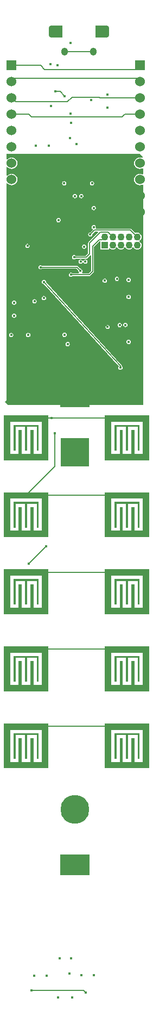
<source format=gbl>
G04 Layer_Physical_Order=4*
G04 Layer_Color=16711680*
%FSLAX44Y44*%
%MOMM*%
G71*
G01*
G75*
%ADD35C,0.1778*%
%ADD40C,0.4572*%
%ADD41C,1.1000*%
%ADD42R,1.1000X1.1000*%
G04:AMPARAMS|DCode=43|XSize=1.05mm|YSize=1.25mm|CornerRadius=0.525mm|HoleSize=0mm|Usage=FLASHONLY|Rotation=180.000|XOffset=0mm|YOffset=0mm|HoleType=Round|Shape=RoundedRectangle|*
%AMROUNDEDRECTD43*
21,1,1.0500,0.2000,0,0,180.0*
21,1,0.0000,1.2500,0,0,180.0*
1,1,1.0500,0.0000,0.1000*
1,1,1.0500,0.0000,0.1000*
1,1,1.0500,0.0000,-0.1000*
1,1,1.0500,0.0000,-0.1000*
%
%ADD43ROUNDEDRECTD43*%
G04:AMPARAMS|DCode=44|XSize=2.1mm|YSize=1.9mm|CornerRadius=0.494mm|HoleSize=0mm|Usage=FLASHONLY|Rotation=180.000|XOffset=0mm|YOffset=0mm|HoleType=Round|Shape=RoundedRectangle|*
%AMROUNDEDRECTD44*
21,1,2.1000,0.9120,0,0,180.0*
21,1,1.1120,1.9000,0,0,180.0*
1,1,0.9880,-0.5560,0.4560*
1,1,0.9880,0.5560,0.4560*
1,1,0.9880,0.5560,-0.4560*
1,1,0.9880,-0.5560,-0.4560*
%
%ADD44ROUNDEDRECTD44*%
%ADD45R,4.5720X3.3020*%
%ADD46C,4.5000*%
%ADD47R,4.5000X4.5000*%
%ADD48R,1.5240X1.5240*%
%ADD49C,1.5240*%
%ADD50C,0.4000*%
G36*
X10345000Y4165000D02*
X10275000D01*
Y4235000D01*
X10345000D01*
Y4165000D01*
D02*
G37*
G36*
X10187500D02*
X10117500D01*
Y4235000D01*
X10187500D01*
Y4165000D01*
D02*
G37*
G36*
X10345000Y4045000D02*
X10275000D01*
Y4115000D01*
X10345000D01*
Y4045000D01*
D02*
G37*
G36*
X10187500Y4285000D02*
X10117500D01*
Y4355000D01*
X10187500D01*
Y4285000D01*
D02*
G37*
G36*
X10345000Y4405000D02*
X10275000D01*
Y4475000D01*
X10345000D01*
Y4405000D01*
D02*
G37*
G36*
X10187500D02*
X10117500D01*
Y4475000D01*
X10187500D01*
Y4405000D01*
D02*
G37*
G36*
X10345000Y4285000D02*
X10275000D01*
Y4355000D01*
X10345000D01*
Y4285000D01*
D02*
G37*
G36*
X10187500Y4045000D02*
X10117500D01*
Y4115000D01*
X10187500D01*
Y4045000D01*
D02*
G37*
G36*
X10334689Y4877371D02*
X10334597Y4876622D01*
X10333279Y4875865D01*
X10332321Y4876261D01*
X10330000Y4876567D01*
X10327679Y4876261D01*
X10325516Y4875366D01*
X10323660Y4873940D01*
X10322235Y4872083D01*
X10321339Y4869921D01*
X10321034Y4867600D01*
X10321339Y4865280D01*
X10322235Y4863117D01*
X10323660Y4861260D01*
X10325516Y4859835D01*
X10327679Y4858939D01*
X10330000Y4858633D01*
X10332321Y4858939D01*
X10333990Y4859630D01*
X10335260Y4858952D01*
Y4850848D01*
X10333990Y4850170D01*
X10332321Y4850861D01*
X10330000Y4851167D01*
X10327679Y4850861D01*
X10325516Y4849966D01*
X10323660Y4848541D01*
X10322235Y4846683D01*
X10321339Y4844521D01*
X10321034Y4842200D01*
X10321339Y4839879D01*
X10322235Y4837717D01*
X10323660Y4835860D01*
X10325516Y4834435D01*
X10327679Y4833539D01*
X10330000Y4833233D01*
X10332321Y4833539D01*
X10333990Y4834230D01*
X10335260Y4833552D01*
Y4490720D01*
X10124440D01*
X10119360Y4495800D01*
X10121900Y4498340D01*
Y4836067D01*
X10123170Y4836498D01*
X10123660Y4835860D01*
X10125517Y4834435D01*
X10127679Y4833539D01*
X10130000Y4833233D01*
X10132321Y4833539D01*
X10134484Y4834435D01*
X10136340Y4835860D01*
X10137766Y4837717D01*
X10138661Y4839879D01*
X10138967Y4842200D01*
X10138661Y4844521D01*
X10137766Y4846683D01*
X10136340Y4848541D01*
X10134484Y4849966D01*
X10132321Y4850861D01*
X10130000Y4851167D01*
X10127679Y4850861D01*
X10125517Y4849966D01*
X10123660Y4848541D01*
X10123170Y4847903D01*
X10121900Y4848334D01*
Y4861467D01*
X10123170Y4861898D01*
X10123660Y4861260D01*
X10125517Y4859835D01*
X10127679Y4858939D01*
X10130000Y4858633D01*
X10132321Y4858939D01*
X10134484Y4859835D01*
X10136340Y4861260D01*
X10137766Y4863117D01*
X10138661Y4865280D01*
X10138967Y4867600D01*
X10138661Y4869921D01*
X10137766Y4872083D01*
X10136340Y4873940D01*
X10134484Y4875366D01*
X10132321Y4876261D01*
X10130000Y4876567D01*
X10127679Y4876261D01*
X10125517Y4875366D01*
X10123660Y4873940D01*
X10123170Y4873302D01*
X10121900Y4873734D01*
Y4881880D01*
X10330179D01*
X10334689Y4877371D01*
D02*
G37*
G36*
X10187500Y3925000D02*
X10117500D01*
Y3995000D01*
X10187500D01*
Y3925000D01*
D02*
G37*
G36*
X10277480Y5081960D02*
X10278010Y5081890D01*
X10278540Y5081740D01*
X10278970Y5081580D01*
X10279390Y5081380D01*
X10279830Y5081100D01*
X10280210Y5080810D01*
X10280601Y5080470D01*
X10280890Y5080110D01*
X10281169Y5079740D01*
X10281410Y5079330D01*
X10281610Y5078910D01*
X10281770Y5078490D01*
X10281890Y5077980D01*
X10281960Y5077530D01*
X10282000Y5077000D01*
Y5068000D01*
X10281960Y5067450D01*
X10281880Y5067000D01*
X10281760Y5066500D01*
X10281600Y5066100D01*
X10281470Y5065770D01*
X10281219Y5065340D01*
X10280959Y5064970D01*
X10280649Y5064590D01*
X10280200Y5064180D01*
X10279800Y5063880D01*
X10279340Y5063590D01*
X10278810Y5063350D01*
X10277939Y5063090D01*
X10277000Y5063000D01*
X10261000D01*
Y5082000D01*
X10277000D01*
X10277480Y5081960D01*
D02*
G37*
G36*
X10209000Y5063000D02*
X10193000D01*
X10192520Y5063040D01*
X10191990Y5063110D01*
X10191460Y5063260D01*
X10191030Y5063420D01*
X10190610Y5063620D01*
X10190170Y5063900D01*
X10189790Y5064190D01*
X10189400Y5064530D01*
X10189110Y5064890D01*
X10188830Y5065260D01*
X10188590Y5065670D01*
X10188390Y5066090D01*
X10188230Y5066510D01*
X10188110Y5067020D01*
X10188040Y5067470D01*
X10188000Y5068000D01*
Y5077000D01*
X10188040Y5077550D01*
X10188120Y5078000D01*
X10188240Y5078500D01*
X10188400Y5078900D01*
X10188530Y5079230D01*
X10188780Y5079660D01*
X10189040Y5080030D01*
X10189350Y5080410D01*
X10189800Y5080820D01*
X10190200Y5081120D01*
X10190660Y5081410D01*
X10191190Y5081650D01*
X10192060Y5081910D01*
X10193000Y5082000D01*
X10209000D01*
Y5063000D01*
D02*
G37*
G36*
X10345000Y3925000D02*
X10275000D01*
Y3995000D01*
X10345000D01*
Y3925000D01*
D02*
G37*
%LPC*%
G36*
X10334500Y4225000D02*
X10285500D01*
Y4175000D01*
X10298500D01*
Y4212000D01*
X10303500D01*
Y4175000D01*
X10316500D01*
Y4212000D01*
X10321500D01*
Y4175000D01*
X10334500D01*
Y4225000D01*
D02*
G37*
%LPD*%
G36*
X10329500Y4180000D02*
X10326500D01*
Y4217000D01*
X10311500D01*
Y4180000D01*
X10308500D01*
Y4217000D01*
X10293500D01*
Y4180000D01*
X10290500D01*
Y4220000D01*
X10329500D01*
Y4180000D01*
D02*
G37*
%LPC*%
G36*
X10177000Y4225000D02*
X10128000D01*
Y4175000D01*
X10141000D01*
Y4212000D01*
X10146000D01*
Y4175000D01*
X10159000D01*
Y4212000D01*
X10164000D01*
Y4175000D01*
X10177000D01*
Y4225000D01*
D02*
G37*
%LPD*%
G36*
X10172000Y4180000D02*
X10169000D01*
Y4217000D01*
X10154000D01*
Y4180000D01*
X10151000D01*
Y4217000D01*
X10136000D01*
Y4180000D01*
X10133000D01*
Y4220000D01*
X10172000D01*
Y4180000D01*
D02*
G37*
%LPC*%
G36*
X10334500Y4105000D02*
X10285500D01*
Y4055000D01*
X10298500D01*
Y4092000D01*
X10303500D01*
Y4055000D01*
X10316500D01*
Y4092000D01*
X10321500D01*
Y4055000D01*
X10334500D01*
Y4105000D01*
D02*
G37*
%LPD*%
G36*
X10329500Y4060000D02*
X10326500D01*
Y4097000D01*
X10311500D01*
Y4060000D01*
X10308500D01*
Y4097000D01*
X10293500D01*
Y4060000D01*
X10290500D01*
Y4100000D01*
X10329500D01*
Y4060000D01*
D02*
G37*
%LPC*%
G36*
X10177000Y4345000D02*
X10128000D01*
Y4295000D01*
X10141000D01*
Y4332000D01*
X10146000D01*
Y4295000D01*
X10159000D01*
Y4332000D01*
X10164000D01*
Y4295000D01*
X10177000D01*
Y4345000D01*
D02*
G37*
%LPD*%
G36*
X10172000Y4300000D02*
X10169000D01*
Y4337000D01*
X10154000D01*
Y4300000D01*
X10151000D01*
Y4337000D01*
X10136000D01*
Y4300000D01*
X10133000D01*
Y4340000D01*
X10172000D01*
Y4300000D01*
D02*
G37*
%LPC*%
G36*
X10334500Y4465000D02*
X10285500D01*
Y4415000D01*
X10298500D01*
Y4452000D01*
X10303500D01*
Y4415000D01*
X10316500D01*
Y4452000D01*
X10321500D01*
Y4415000D01*
X10334500D01*
Y4465000D01*
D02*
G37*
%LPD*%
G36*
X10329500Y4420000D02*
X10326500D01*
Y4457000D01*
X10311500D01*
Y4420000D01*
X10308500D01*
Y4457000D01*
X10293500D01*
Y4420000D01*
X10290500D01*
Y4460000D01*
X10329500D01*
Y4420000D01*
D02*
G37*
%LPC*%
G36*
X10177000Y4465000D02*
X10128000D01*
Y4415000D01*
X10141000D01*
Y4452000D01*
X10146000D01*
Y4415000D01*
X10159000D01*
Y4452000D01*
X10164000D01*
Y4415000D01*
X10177000D01*
Y4465000D01*
D02*
G37*
%LPD*%
G36*
X10172000Y4420000D02*
X10169000D01*
Y4457000D01*
X10154000D01*
Y4420000D01*
X10151000D01*
Y4457000D01*
X10136000D01*
Y4420000D01*
X10133000D01*
Y4460000D01*
X10172000D01*
Y4420000D01*
D02*
G37*
%LPC*%
G36*
X10334500Y4345000D02*
X10285500D01*
Y4295000D01*
X10298500D01*
Y4332000D01*
X10303500D01*
Y4295000D01*
X10316500D01*
Y4332000D01*
X10321500D01*
Y4295000D01*
X10334500D01*
Y4345000D01*
D02*
G37*
%LPD*%
G36*
X10329500Y4300000D02*
X10326500D01*
Y4337000D01*
X10311500D01*
Y4300000D01*
X10308500D01*
Y4337000D01*
X10293500D01*
Y4300000D01*
X10290500D01*
Y4340000D01*
X10329500D01*
Y4300000D01*
D02*
G37*
%LPC*%
G36*
X10177000Y4105000D02*
X10128000D01*
Y4055000D01*
X10141000D01*
Y4092000D01*
X10146000D01*
Y4055000D01*
X10159000D01*
Y4092000D01*
X10164000D01*
Y4055000D01*
X10177000D01*
Y4105000D01*
D02*
G37*
%LPD*%
G36*
X10172000Y4060000D02*
X10169000D01*
Y4097000D01*
X10154000D01*
Y4060000D01*
X10151000D01*
Y4097000D01*
X10136000D01*
Y4060000D01*
X10133000D01*
Y4100000D01*
X10172000D01*
Y4060000D01*
D02*
G37*
%LPC*%
G36*
X10312500Y4592563D02*
X10311224Y4592310D01*
X10310143Y4591587D01*
X10309420Y4590505D01*
X10309166Y4589229D01*
X10309420Y4587953D01*
X10310143Y4586872D01*
X10311224Y4586149D01*
X10312500Y4585895D01*
X10313776Y4586149D01*
X10314857Y4586872D01*
X10315580Y4587953D01*
X10315834Y4589229D01*
X10315580Y4590505D01*
X10314857Y4591587D01*
X10313776Y4592310D01*
X10312500Y4592563D01*
D02*
G37*
G36*
X10217500Y4589064D02*
X10216224Y4588810D01*
X10215142Y4588088D01*
X10214420Y4587006D01*
X10214166Y4585730D01*
X10214420Y4584454D01*
X10215142Y4583373D01*
X10216224Y4582650D01*
X10217500Y4582396D01*
X10218776Y4582650D01*
X10219858Y4583373D01*
X10220580Y4584454D01*
X10220834Y4585730D01*
X10220580Y4587006D01*
X10219858Y4588088D01*
X10218776Y4588810D01*
X10217500Y4589064D01*
D02*
G37*
G36*
X10180320Y4685834D02*
X10179044Y4685580D01*
X10177963Y4684858D01*
X10177240Y4683776D01*
X10176986Y4682500D01*
X10177240Y4681224D01*
X10177963Y4680143D01*
X10179044Y4679420D01*
X10180320Y4679166D01*
X10180373Y4679177D01*
X10297150Y4551209D01*
X10296620Y4550416D01*
X10296366Y4549140D01*
X10296620Y4547864D01*
X10297343Y4546783D01*
X10298424Y4546060D01*
X10299700Y4545806D01*
X10300975Y4546060D01*
X10302058Y4546783D01*
X10302781Y4547864D01*
X10303035Y4549140D01*
X10302781Y4550416D01*
X10302058Y4551497D01*
X10301902Y4551602D01*
Y4551680D01*
X10301827Y4552053D01*
X10301770Y4552429D01*
X10301743Y4552472D01*
X10301733Y4552522D01*
X10301522Y4552838D01*
X10301326Y4553164D01*
X10183591Y4682182D01*
X10183654Y4682500D01*
X10183400Y4683776D01*
X10182678Y4684858D01*
X10181596Y4685580D01*
X10180320Y4685834D01*
D02*
G37*
G36*
X10129229Y4603334D02*
X10127953Y4603080D01*
X10126872Y4602357D01*
X10126149Y4601276D01*
X10125895Y4600000D01*
X10126149Y4598724D01*
X10126872Y4597643D01*
X10127953Y4596920D01*
X10129229Y4596666D01*
X10130505Y4596920D01*
X10131587Y4597643D01*
X10132310Y4598724D01*
X10132563Y4600000D01*
X10132310Y4601276D01*
X10131587Y4602357D01*
X10130505Y4603080D01*
X10129229Y4603334D01*
D02*
G37*
G36*
X10312500Y4689105D02*
X10311224Y4688851D01*
X10310143Y4688128D01*
X10309420Y4687047D01*
X10309166Y4685771D01*
X10309420Y4684495D01*
X10310143Y4683413D01*
X10311224Y4682690D01*
X10312500Y4682437D01*
X10313776Y4682690D01*
X10314857Y4683413D01*
X10315580Y4684495D01*
X10315834Y4685771D01*
X10315580Y4687047D01*
X10314857Y4688128D01*
X10313776Y4688851D01*
X10312500Y4689105D01*
D02*
G37*
G36*
X10294270Y4690834D02*
X10292994Y4690580D01*
X10291913Y4689857D01*
X10291190Y4688776D01*
X10290936Y4687500D01*
X10291190Y4686224D01*
X10291913Y4685143D01*
X10292994Y4684420D01*
X10294270Y4684166D01*
X10295546Y4684420D01*
X10296627Y4685143D01*
X10297350Y4686224D01*
X10297604Y4687500D01*
X10297350Y4688776D01*
X10296627Y4689857D01*
X10295546Y4690580D01*
X10294270Y4690834D01*
D02*
G37*
G36*
X10275321Y4687878D02*
X10274045Y4687625D01*
X10272964Y4686902D01*
X10272241Y4685820D01*
X10271987Y4684544D01*
X10272241Y4683268D01*
X10272964Y4682187D01*
X10274045Y4681464D01*
X10275321Y4681210D01*
X10276598Y4681464D01*
X10277679Y4682187D01*
X10278402Y4683268D01*
X10278656Y4684544D01*
X10278402Y4685820D01*
X10277679Y4686902D01*
X10276598Y4687625D01*
X10275321Y4687878D01*
D02*
G37*
G36*
X10180270Y4660834D02*
X10178994Y4660580D01*
X10177913Y4659857D01*
X10177190Y4658776D01*
X10176936Y4657500D01*
X10177190Y4656224D01*
X10177913Y4655143D01*
X10178994Y4654420D01*
X10180270Y4654166D01*
X10181546Y4654420D01*
X10182628Y4655143D01*
X10183350Y4656224D01*
X10183604Y4657500D01*
X10183350Y4658776D01*
X10182628Y4659857D01*
X10181546Y4660580D01*
X10180270Y4660834D01*
D02*
G37*
G36*
X10312500Y4662564D02*
X10311224Y4662310D01*
X10310143Y4661587D01*
X10309420Y4660506D01*
X10309166Y4659230D01*
X10309420Y4657954D01*
X10310143Y4656872D01*
X10311224Y4656149D01*
X10312500Y4655896D01*
X10313776Y4656149D01*
X10314857Y4656872D01*
X10315580Y4657954D01*
X10315834Y4659230D01*
X10315580Y4660506D01*
X10314857Y4661587D01*
X10313776Y4662310D01*
X10312500Y4662564D01*
D02*
G37*
G36*
X10245040Y4717604D02*
X10243765Y4717350D01*
X10242683Y4716628D01*
X10241960Y4715546D01*
X10241958Y4715534D01*
X10240663D01*
X10240660Y4715546D01*
X10239938Y4716628D01*
X10238856Y4717350D01*
X10237580Y4717604D01*
X10236304Y4717350D01*
X10235223Y4716628D01*
X10234500Y4715546D01*
X10234246Y4714270D01*
X10234500Y4712994D01*
X10235223Y4711913D01*
X10236304Y4711190D01*
X10237580Y4710936D01*
X10238856Y4711190D01*
X10239938Y4711913D01*
X10240660Y4712994D01*
X10240663Y4713006D01*
X10241958D01*
X10241960Y4712994D01*
X10242683Y4711913D01*
X10243765Y4711190D01*
X10245040Y4710936D01*
X10246316Y4711190D01*
X10247397Y4711913D01*
X10248120Y4712994D01*
X10248374Y4714270D01*
X10248120Y4715546D01*
X10247397Y4716628D01*
X10246316Y4717350D01*
X10245040Y4717604D01*
D02*
G37*
G36*
X10243270Y4740834D02*
X10241995Y4740580D01*
X10240913Y4739857D01*
X10240190Y4738776D01*
X10239937Y4737500D01*
X10240190Y4736224D01*
X10240913Y4735142D01*
X10241995Y4734420D01*
X10243270Y4734166D01*
X10244546Y4734420D01*
X10245627Y4735142D01*
X10246350Y4736224D01*
X10246604Y4737500D01*
X10246350Y4738776D01*
X10245627Y4739857D01*
X10244546Y4740580D01*
X10243270Y4740834D01*
D02*
G37*
G36*
X10154680Y4742105D02*
X10153405Y4741851D01*
X10152323Y4741128D01*
X10151600Y4740047D01*
X10151346Y4738771D01*
X10151600Y4737495D01*
X10152323Y4736413D01*
X10153405Y4735691D01*
X10154680Y4735437D01*
X10155956Y4735691D01*
X10157038Y4736413D01*
X10157761Y4737495D01*
X10158015Y4738771D01*
X10157761Y4740047D01*
X10157038Y4741128D01*
X10155956Y4741851D01*
X10154680Y4742105D01*
D02*
G37*
G36*
X10203070Y4782234D02*
X10201794Y4781980D01*
X10200712Y4781257D01*
X10199990Y4780176D01*
X10199736Y4778900D01*
X10199990Y4777624D01*
X10200712Y4776542D01*
X10201794Y4775819D01*
X10203070Y4775566D01*
X10204346Y4775819D01*
X10205427Y4776542D01*
X10206150Y4777624D01*
X10206404Y4778900D01*
X10206150Y4780176D01*
X10205427Y4781257D01*
X10204346Y4781980D01*
X10203070Y4782234D01*
D02*
G37*
G36*
X10258051Y4771154D02*
X10256774Y4770900D01*
X10255692Y4770177D01*
X10254969Y4769096D01*
X10254716Y4767820D01*
X10254969Y4766544D01*
X10255692Y4765462D01*
X10256239Y4765097D01*
X10256531Y4763592D01*
X10252684Y4759745D01*
X10252500Y4759782D01*
X10251224Y4759529D01*
X10250143Y4758806D01*
X10249420Y4757724D01*
X10249166Y4756448D01*
X10249420Y4755172D01*
X10250143Y4754091D01*
X10251224Y4753368D01*
X10252500Y4753114D01*
X10253776Y4753368D01*
X10254857Y4754091D01*
X10255581Y4755172D01*
X10255834Y4756448D01*
X10255797Y4756632D01*
X10260371Y4761206D01*
X10264424D01*
X10264910Y4760033D01*
X10249884Y4745006D01*
X10249407Y4744292D01*
X10249238Y4743450D01*
Y4727165D01*
X10245448Y4723374D01*
X10229962D01*
X10229858Y4723530D01*
X10228776Y4724253D01*
X10227500Y4724507D01*
X10226224Y4724253D01*
X10225142Y4723530D01*
X10224420Y4722449D01*
X10224166Y4721173D01*
X10224420Y4719897D01*
X10225142Y4718815D01*
X10226224Y4718092D01*
X10227500Y4717839D01*
X10228776Y4718092D01*
X10229858Y4718815D01*
X10229962Y4718971D01*
X10246360D01*
X10247202Y4719139D01*
X10247916Y4719616D01*
X10252794Y4724494D01*
X10253586Y4724316D01*
X10254065Y4724009D01*
Y4699912D01*
X10250275Y4696121D01*
X10240148D01*
X10239763Y4697391D01*
X10239827Y4697434D01*
X10240551Y4698516D01*
X10240804Y4699792D01*
X10240551Y4701068D01*
X10239827Y4702149D01*
X10238746Y4702872D01*
X10237470Y4703126D01*
X10237286Y4703089D01*
X10233215Y4707161D01*
X10232501Y4707638D01*
X10231658Y4707805D01*
X10177462D01*
X10177358Y4707961D01*
X10176276Y4708684D01*
X10175000Y4708938D01*
X10173724Y4708684D01*
X10172643Y4707961D01*
X10171920Y4706880D01*
X10171666Y4705604D01*
X10171920Y4704328D01*
X10172643Y4703246D01*
X10173724Y4702524D01*
X10175000Y4702270D01*
X10176276Y4702524D01*
X10177358Y4703246D01*
X10177462Y4703403D01*
X10230746D01*
X10234172Y4699976D01*
X10234136Y4699792D01*
X10234390Y4698516D01*
X10235112Y4697434D01*
X10235177Y4697391D01*
X10234792Y4696121D01*
X10224962D01*
X10224858Y4696277D01*
X10223776Y4697000D01*
X10222500Y4697254D01*
X10221224Y4697000D01*
X10220143Y4696277D01*
X10219420Y4695196D01*
X10219166Y4693920D01*
X10219420Y4692644D01*
X10220143Y4691562D01*
X10221224Y4690840D01*
X10222500Y4690586D01*
X10223776Y4690840D01*
X10224858Y4691562D01*
X10224962Y4691719D01*
X10251187D01*
X10252029Y4691886D01*
X10252743Y4692364D01*
X10257822Y4697444D01*
X10258300Y4698158D01*
X10258467Y4699000D01*
Y4737458D01*
X10266960Y4745951D01*
X10268230Y4745425D01*
Y4733230D01*
X10281770D01*
Y4734521D01*
X10282380Y4734882D01*
X10283040Y4735042D01*
X10284286Y4734087D01*
X10285933Y4733405D01*
X10287700Y4733172D01*
X10289468Y4733405D01*
X10291115Y4734087D01*
X10292528Y4735172D01*
X10293287Y4736161D01*
X10293555Y4736256D01*
X10294546D01*
X10294812Y4736161D01*
X10295571Y4735172D01*
X10296986Y4734087D01*
X10298633Y4733405D01*
X10300400Y4733172D01*
X10302168Y4733405D01*
X10303815Y4734087D01*
X10305228Y4735172D01*
X10305988Y4736161D01*
X10306255Y4736256D01*
X10307246D01*
X10307512Y4736161D01*
X10308271Y4735172D01*
X10309686Y4734087D01*
X10311333Y4733405D01*
X10313101Y4733172D01*
X10314867Y4733405D01*
X10316514Y4734087D01*
X10317928Y4735172D01*
X10318688Y4736161D01*
X10318954Y4736256D01*
X10319946D01*
X10320212Y4736161D01*
X10320972Y4735172D01*
X10322385Y4734087D01*
X10324033Y4733405D01*
X10325800Y4733172D01*
X10327567Y4733405D01*
X10329214Y4734087D01*
X10330629Y4735172D01*
X10331714Y4736586D01*
X10332396Y4738233D01*
X10332628Y4740000D01*
X10332396Y4741768D01*
X10331714Y4743414D01*
X10330629Y4744828D01*
X10329639Y4745588D01*
X10329545Y4745854D01*
Y4746846D01*
X10329639Y4747112D01*
X10330629Y4747872D01*
X10331714Y4749286D01*
X10332396Y4750933D01*
X10332628Y4752700D01*
X10332396Y4754467D01*
X10331714Y4756115D01*
X10330629Y4757529D01*
X10329214Y4758614D01*
X10327567Y4759296D01*
X10325800Y4759529D01*
X10324033Y4759296D01*
X10322820Y4758794D01*
X10316649Y4764964D01*
X10315935Y4765441D01*
X10315093Y4765609D01*
X10261917D01*
X10261198Y4766879D01*
X10261384Y4767820D01*
X10261130Y4769096D01*
X10260408Y4770177D01*
X10259326Y4770900D01*
X10258051Y4771154D01*
D02*
G37*
G36*
Y4801154D02*
X10256774Y4800901D01*
X10255692Y4800178D01*
X10254969Y4799096D01*
X10254716Y4797820D01*
X10254969Y4796544D01*
X10255692Y4795463D01*
X10256774Y4794740D01*
X10258051Y4794486D01*
X10259326Y4794740D01*
X10260408Y4795463D01*
X10261130Y4796544D01*
X10261384Y4797820D01*
X10261130Y4799096D01*
X10260408Y4800178D01*
X10259326Y4800901D01*
X10258051Y4801154D01*
D02*
G37*
G36*
X10165730Y4655834D02*
X10164454Y4655580D01*
X10163373Y4654858D01*
X10162650Y4653776D01*
X10162396Y4652500D01*
X10162650Y4651224D01*
X10163373Y4650143D01*
X10164454Y4649420D01*
X10165730Y4649166D01*
X10167006Y4649420D01*
X10168088Y4650143D01*
X10168810Y4651224D01*
X10169064Y4652500D01*
X10168810Y4653776D01*
X10168088Y4654858D01*
X10167006Y4655580D01*
X10165730Y4655834D01*
D02*
G37*
G36*
X10255431Y4839535D02*
X10254155Y4839281D01*
X10253074Y4838558D01*
X10252351Y4837477D01*
X10252097Y4836201D01*
X10252351Y4834925D01*
X10253074Y4833843D01*
X10254155Y4833120D01*
X10255431Y4832867D01*
X10256708Y4833120D01*
X10257789Y4833843D01*
X10258512Y4834925D01*
X10258766Y4836201D01*
X10258512Y4837477D01*
X10257789Y4838558D01*
X10256708Y4839281D01*
X10255431Y4839535D01*
D02*
G37*
G36*
X10211888D02*
X10210613Y4839281D01*
X10209531Y4838558D01*
X10208809Y4837477D01*
X10208555Y4836201D01*
X10208809Y4834925D01*
X10209531Y4833843D01*
X10210613Y4833120D01*
X10211888Y4832867D01*
X10213165Y4833120D01*
X10214246Y4833843D01*
X10214969Y4834925D01*
X10215223Y4836201D01*
X10214969Y4837477D01*
X10214246Y4838558D01*
X10213165Y4839281D01*
X10211888Y4839535D01*
D02*
G37*
G36*
X10298678Y4618790D02*
X10297402Y4618536D01*
X10296321Y4617813D01*
X10295598Y4616732D01*
X10295344Y4615456D01*
X10295598Y4614180D01*
X10296321Y4613098D01*
X10297402Y4612375D01*
X10298678Y4612122D01*
X10299955Y4612375D01*
X10301036Y4613098D01*
X10301759Y4614180D01*
X10302013Y4615456D01*
X10301759Y4616732D01*
X10301036Y4617813D01*
X10299955Y4618536D01*
X10298678Y4618790D01*
D02*
G37*
G36*
X10155770Y4603334D02*
X10154495Y4603080D01*
X10153413Y4602357D01*
X10152690Y4601276D01*
X10152437Y4600000D01*
X10152690Y4598724D01*
X10153413Y4597643D01*
X10154495Y4596920D01*
X10155770Y4596666D01*
X10157047Y4596920D01*
X10158128Y4597643D01*
X10158851Y4598724D01*
X10159105Y4600000D01*
X10158851Y4601276D01*
X10158128Y4602357D01*
X10157047Y4603080D01*
X10155770Y4603334D01*
D02*
G37*
G36*
X10212500Y4603604D02*
X10211224Y4603351D01*
X10210143Y4602628D01*
X10209420Y4601546D01*
X10209166Y4600270D01*
X10209420Y4598994D01*
X10210143Y4597913D01*
X10211224Y4597190D01*
X10212500Y4596936D01*
X10213776Y4597190D01*
X10214858Y4597913D01*
X10215580Y4598994D01*
X10215834Y4600270D01*
X10215580Y4601546D01*
X10214858Y4602628D01*
X10213776Y4603351D01*
X10212500Y4603604D01*
D02*
G37*
G36*
X10279730Y4615834D02*
X10278455Y4615580D01*
X10277373Y4614857D01*
X10276650Y4613776D01*
X10276396Y4612500D01*
X10276650Y4611224D01*
X10277373Y4610142D01*
X10278455Y4609420D01*
X10279730Y4609166D01*
X10281006Y4609420D01*
X10282087Y4610142D01*
X10282810Y4611224D01*
X10283064Y4612500D01*
X10282810Y4613776D01*
X10282087Y4614857D01*
X10281006Y4615580D01*
X10279730Y4615834D01*
D02*
G37*
G36*
X10307421Y4619104D02*
X10306144Y4618851D01*
X10305062Y4618128D01*
X10304340Y4617046D01*
X10304086Y4615770D01*
X10304340Y4614494D01*
X10305062Y4613413D01*
X10306144Y4612690D01*
X10307421Y4612436D01*
X10308696Y4612690D01*
X10309778Y4613413D01*
X10310500Y4614494D01*
X10310754Y4615770D01*
X10310500Y4617046D01*
X10309778Y4618128D01*
X10308696Y4618851D01*
X10307421Y4619104D01*
D02*
G37*
G36*
X10238661Y4819765D02*
X10237385Y4819511D01*
X10236304Y4818788D01*
X10235581Y4817707D01*
X10235327Y4816431D01*
X10235581Y4815155D01*
X10236304Y4814073D01*
X10237385Y4813351D01*
X10238661Y4813097D01*
X10239937Y4813351D01*
X10241019Y4814073D01*
X10241742Y4815155D01*
X10241996Y4816431D01*
X10241742Y4817707D01*
X10241019Y4818788D01*
X10239937Y4819511D01*
X10238661Y4819765D01*
D02*
G37*
G36*
X10133729Y4653654D02*
X10132453Y4653400D01*
X10131371Y4652677D01*
X10130649Y4651596D01*
X10130395Y4650320D01*
X10130649Y4649044D01*
X10131371Y4647962D01*
X10132453Y4647240D01*
X10133729Y4646986D01*
X10135005Y4647240D01*
X10136086Y4647962D01*
X10136809Y4649044D01*
X10137063Y4650320D01*
X10136809Y4651596D01*
X10136086Y4652677D01*
X10135005Y4653400D01*
X10133729Y4653654D01*
D02*
G37*
G36*
Y4633334D02*
X10132453Y4633080D01*
X10131371Y4632357D01*
X10130649Y4631276D01*
X10130395Y4630000D01*
X10130649Y4628724D01*
X10131371Y4627643D01*
X10132453Y4626920D01*
X10133729Y4626666D01*
X10135005Y4626920D01*
X10136086Y4627643D01*
X10136809Y4628724D01*
X10137063Y4630000D01*
X10136809Y4631276D01*
X10136086Y4632357D01*
X10135005Y4633080D01*
X10133729Y4633334D01*
D02*
G37*
G36*
X10228658Y4819765D02*
X10227383Y4819511D01*
X10226301Y4818788D01*
X10225579Y4817707D01*
X10225325Y4816431D01*
X10225579Y4815155D01*
X10226301Y4814073D01*
X10227383Y4813351D01*
X10228658Y4813097D01*
X10229935Y4813351D01*
X10231016Y4814073D01*
X10231739Y4815155D01*
X10231993Y4816431D01*
X10231739Y4817707D01*
X10231016Y4818788D01*
X10229935Y4819511D01*
X10228658Y4819765D01*
D02*
G37*
G36*
X10177000Y3985000D02*
X10128000D01*
Y3935000D01*
X10141000D01*
Y3972000D01*
X10146000D01*
Y3935000D01*
X10159000D01*
Y3972000D01*
X10164000D01*
Y3935000D01*
X10177000D01*
Y3985000D01*
D02*
G37*
%LPD*%
G36*
X10172000Y3940000D02*
X10169000D01*
Y3977000D01*
X10154000D01*
Y3940000D01*
X10151000D01*
Y3977000D01*
X10136000D01*
Y3940000D01*
X10133000D01*
Y3980000D01*
X10172000D01*
Y3940000D01*
D02*
G37*
%LPC*%
G36*
X10334500Y3985000D02*
X10285500D01*
Y3935000D01*
X10298500D01*
Y3972000D01*
X10303500D01*
Y3935000D01*
X10316500D01*
Y3972000D01*
X10321500D01*
Y3935000D01*
X10334500D01*
Y3985000D01*
D02*
G37*
%LPD*%
G36*
X10329500Y3940000D02*
X10326500D01*
Y3977000D01*
X10311500D01*
Y3940000D01*
X10308500D01*
Y3977000D01*
X10293500D01*
Y3940000D01*
X10290500D01*
Y3980000D01*
X10329500D01*
Y3940000D01*
D02*
G37*
D35*
X10156952Y4243832D02*
X10183876Y4270756D01*
X10299700Y4549140D02*
Y4551680D01*
X10124450Y4503430D02*
X10132060D01*
X10214610Y4861052D02*
X10233660D01*
X10124450Y4503430D02*
Y4511040D01*
X10152500Y4470480D02*
X10192500D01*
X10124450Y4785850D02*
X10130000Y4791400D01*
X10124450Y4511040D02*
Y4785850D01*
Y4511040D02*
X10132060Y4503430D01*
X10228580D01*
X10214610Y4861052D02*
X10220960Y4867402D01*
X10174252Y4861052D02*
X10214610D01*
X10161270Y3579368D02*
X10242042D01*
X10246001Y3575409D01*
X10180320Y4682500D02*
X10299700Y4551680D01*
X10152500Y4350480D02*
X10197500Y4395480D01*
Y4446778D01*
X10205466Y4979416D02*
X10212832Y4972050D01*
X10197926Y4979416D02*
X10205466D01*
X10271084Y4748784D02*
X10275000Y4752700D01*
X10266680Y4748784D02*
X10271084D01*
X10256266Y4738370D02*
X10266680Y4748784D01*
X10256266Y4699000D02*
Y4738370D01*
X10251187Y4693920D02*
X10256266Y4699000D01*
X10222500Y4693920D02*
X10251187D01*
X10130000Y4816800D02*
X10174252Y4861052D01*
X10237227Y4867402D02*
X10243660Y4860969D01*
X10220960Y4867402D02*
X10237227D01*
X10280042Y4760359D02*
X10287700Y4752700D01*
X10268350Y4760359D02*
X10280042D01*
X10251440Y4743450D02*
X10268350Y4760359D01*
X10251440Y4726253D02*
Y4743450D01*
X10246360Y4721173D02*
X10251440Y4726253D01*
X10227500Y4721173D02*
X10246360D01*
X10315093Y4763407D02*
X10325800Y4752700D01*
X10259459Y4763407D02*
X10315093D01*
X10252500Y4756448D02*
X10259459Y4763407D01*
X10231658Y4705604D02*
X10237470Y4699792D01*
X10175000Y4705604D02*
X10231658D01*
X10330000Y5013706D02*
Y5020000D01*
X10181534Y5013706D02*
X10330000D01*
X10175240Y5020000D02*
X10181534Y5013706D01*
X10130000Y5020000D02*
X10175240D01*
X10130000Y4994600D02*
X10135390Y4999990D01*
X10324611D01*
X10330000Y4994600D01*
X10268005Y4969200D02*
X10330000D01*
X10266680Y4970526D02*
X10268005Y4969200D01*
X10224516Y4970526D02*
X10266680D01*
X10217150Y4963160D02*
X10224516Y4970526D01*
X10136040Y4963160D02*
X10217150D01*
X10130000Y4969200D02*
X10136040Y4963160D01*
X10130000Y4943800D02*
X10156698D01*
X10160706Y4939792D01*
X10302494D01*
X10306503Y4943800D01*
X10330000D01*
X10152500Y3990480D02*
X10310000D01*
X10152500Y4110480D02*
X10310000D01*
X10152500Y4230480D02*
X10310000D01*
X10152500Y4350480D02*
X10310000D01*
X10192500Y4470480D02*
X10310000D01*
X10212750Y5041250D02*
X10257250D01*
D40*
X10152500Y4455240D02*
D03*
Y4470480D02*
D03*
Y4350480D02*
D03*
Y4335240D02*
D03*
Y4215240D02*
D03*
Y4230480D02*
D03*
Y4110480D02*
D03*
Y4095240D02*
D03*
Y3975240D02*
D03*
Y3990480D02*
D03*
X10310000Y4470480D02*
D03*
Y4455240D02*
D03*
Y4335240D02*
D03*
Y4350480D02*
D03*
Y4230480D02*
D03*
Y4215240D02*
D03*
Y4095240D02*
D03*
Y4110480D02*
D03*
Y3990480D02*
D03*
Y3975240D02*
D03*
X10149840Y4528820D02*
D03*
X10139680D02*
D03*
X10132060Y4686300D02*
D03*
D41*
X10325800Y4752700D02*
D03*
X10313101D02*
D03*
X10300400D02*
D03*
X10287700D02*
D03*
X10275000D02*
D03*
X10325800Y4740000D02*
D03*
X10313101D02*
D03*
X10300400D02*
D03*
X10287700D02*
D03*
D42*
X10275000D02*
D03*
D43*
X10257250Y5041250D02*
D03*
X10212750D02*
D03*
D44*
X10198500Y5072500D02*
D03*
X10271500D02*
D03*
D45*
X10228580Y3774430D02*
D03*
Y4503430D02*
D03*
D46*
Y3860880D02*
D03*
D47*
Y4416980D02*
D03*
D48*
X10330000Y5020000D02*
D03*
X10130000D02*
D03*
D49*
X10330000Y4994600D02*
D03*
Y4969200D02*
D03*
Y4943800D02*
D03*
Y4918400D02*
D03*
Y4893000D02*
D03*
Y4867600D02*
D03*
Y4842200D02*
D03*
Y4816800D02*
D03*
Y4791400D02*
D03*
X10130000Y4994600D02*
D03*
Y4969200D02*
D03*
Y4943800D02*
D03*
Y4918400D02*
D03*
Y4893000D02*
D03*
Y4867600D02*
D03*
Y4842200D02*
D03*
Y4816800D02*
D03*
Y4791400D02*
D03*
D50*
X10183876Y4270756D02*
D03*
X10307421Y4615770D02*
D03*
X10299700Y4549140D02*
D03*
X10156952Y4243832D02*
D03*
X10220960Y4867402D02*
D03*
X10161270Y3579368D02*
D03*
X10246001Y3575409D02*
D03*
X10180320Y4682500D02*
D03*
X10197500Y4446778D02*
D03*
X10212832Y4972050D02*
D03*
X10197926Y4979416D02*
D03*
X10222500Y4693920D02*
D03*
X10220079Y3605370D02*
D03*
X10192500Y4470480D02*
D03*
X10222780Y3628729D02*
D03*
X10275321Y4684544D02*
D03*
X10233660Y4861052D02*
D03*
X10243660Y4860969D02*
D03*
X10227500Y4721173D02*
D03*
X10237580Y4714270D02*
D03*
X10245040D02*
D03*
X10252500Y4756448D02*
D03*
X10237470Y4699792D02*
D03*
X10175000Y4705604D02*
D03*
X10165469Y3601560D02*
D03*
X10184520D02*
D03*
X10224000Y3568269D02*
D03*
X10205000Y3628729D02*
D03*
X10239130Y3602830D02*
D03*
X10258180D02*
D03*
X10129229Y4600000D02*
D03*
X10133729Y4630000D02*
D03*
X10165730Y4652500D02*
D03*
X10212500Y4600270D02*
D03*
X10298678Y4615456D02*
D03*
X10294270Y4687500D02*
D03*
X10228658Y4816431D02*
D03*
X10258051Y4797820D02*
D03*
X10188329Y4894420D02*
D03*
X10312500Y4685771D02*
D03*
X10279539Y4974590D02*
D03*
X10202000Y3568269D02*
D03*
X10155770Y4600000D02*
D03*
X10133729Y4650320D02*
D03*
X10180270Y4657500D02*
D03*
X10154680Y4738771D02*
D03*
X10217500Y4585730D02*
D03*
X10279730Y4612500D02*
D03*
X10203070Y4778900D02*
D03*
X10243270Y4737500D02*
D03*
X10312500Y4589229D02*
D03*
X10168010Y4894420D02*
D03*
X10258051Y4767820D02*
D03*
X10211888Y4836201D02*
D03*
X10238661Y4816431D02*
D03*
X10312500Y4659230D02*
D03*
X10255431Y4836201D02*
D03*
X10220960Y4906480D02*
D03*
X10191750Y4956970D02*
D03*
X10222770Y4930140D02*
D03*
X10231509Y4896960D02*
D03*
X10190480Y5022151D02*
D03*
X10222230Y4944650D02*
D03*
X10201910Y5020150D02*
D03*
X10253979Y4966240D02*
D03*
X10222000Y5054520D02*
D03*
X10279539Y4954270D02*
D03*
M02*

</source>
